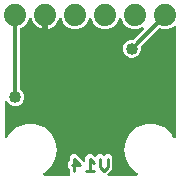
<source format=gbr>
G04 EAGLE Gerber RS-274X export*
G75*
%MOMM*%
%FSLAX34Y34*%
%LPD*%
%INBottom Copper*%
%IPPOS*%
%AMOC8*
5,1,8,0,0,1.08239X$1,22.5*%
G01*
%ADD10C,0.254000*%
%ADD11C,1.879600*%
%ADD12C,1.016000*%
%ADD13C,0.304800*%

G36*
X58081Y3574D02*
X58081Y3574D01*
X58219Y3587D01*
X58238Y3594D01*
X58258Y3597D01*
X58388Y3648D01*
X58518Y3695D01*
X58535Y3706D01*
X58554Y3714D01*
X58666Y3795D01*
X58781Y3873D01*
X58795Y3889D01*
X58811Y3900D01*
X58900Y4008D01*
X58992Y4112D01*
X59001Y4130D01*
X59014Y4145D01*
X59073Y4271D01*
X59136Y4395D01*
X59141Y4415D01*
X59149Y4433D01*
X59176Y4570D01*
X59206Y4705D01*
X59205Y4726D01*
X59209Y4745D01*
X59201Y4884D01*
X59196Y5023D01*
X59191Y5043D01*
X59190Y5063D01*
X59147Y5195D01*
X59108Y5329D01*
X59098Y5346D01*
X59091Y5365D01*
X59017Y5483D01*
X58946Y5603D01*
X58928Y5624D01*
X58921Y5634D01*
X58906Y5648D01*
X58840Y5723D01*
X58522Y6042D01*
X58522Y8905D01*
X58510Y9004D01*
X58507Y9103D01*
X58490Y9161D01*
X58482Y9221D01*
X58446Y9313D01*
X58418Y9408D01*
X58387Y9460D01*
X58365Y9517D01*
X58307Y9597D01*
X58257Y9682D01*
X58190Y9757D01*
X58178Y9774D01*
X58169Y9782D01*
X58150Y9803D01*
X56827Y11126D01*
X56827Y14283D01*
X58150Y15606D01*
X58211Y15684D01*
X58279Y15756D01*
X58308Y15809D01*
X58345Y15857D01*
X58385Y15948D01*
X58432Y16035D01*
X58447Y16093D01*
X58472Y16149D01*
X58487Y16247D01*
X58512Y16343D01*
X58518Y16443D01*
X58521Y16463D01*
X58520Y16475D01*
X58522Y16503D01*
X58522Y19367D01*
X60754Y21599D01*
X63911Y21599D01*
X68624Y16887D01*
X69744Y15767D01*
X69853Y15682D01*
X69961Y15593D01*
X69979Y15584D01*
X69995Y15572D01*
X70123Y15516D01*
X70249Y15457D01*
X70268Y15453D01*
X70287Y15445D01*
X70425Y15423D01*
X70561Y15397D01*
X70581Y15399D01*
X70601Y15395D01*
X70740Y15409D01*
X70878Y15417D01*
X70898Y15423D01*
X70918Y15425D01*
X71049Y15472D01*
X71181Y15515D01*
X71198Y15526D01*
X71217Y15533D01*
X71332Y15611D01*
X71450Y15685D01*
X71464Y15700D01*
X71480Y15711D01*
X71572Y15815D01*
X71668Y15917D01*
X71677Y15935D01*
X71691Y15950D01*
X71754Y16074D01*
X71821Y16195D01*
X71826Y16215D01*
X71835Y16233D01*
X71866Y16369D01*
X71901Y16503D01*
X71902Y16531D01*
X71905Y16543D01*
X71904Y16564D01*
X71911Y16664D01*
X71911Y19367D01*
X74143Y21599D01*
X77300Y21599D01*
X78976Y19923D01*
X79070Y19850D01*
X79159Y19771D01*
X79195Y19753D01*
X79227Y19728D01*
X79337Y19681D01*
X79443Y19627D01*
X79482Y19618D01*
X79519Y19602D01*
X79637Y19583D01*
X79753Y19557D01*
X79793Y19558D01*
X79833Y19552D01*
X79952Y19563D01*
X80071Y19567D01*
X80110Y19578D01*
X80150Y19582D01*
X80262Y19622D01*
X80376Y19655D01*
X80411Y19676D01*
X80449Y19689D01*
X80548Y19756D01*
X80650Y19817D01*
X80696Y19857D01*
X80712Y19868D01*
X80726Y19883D01*
X80771Y19923D01*
X82447Y21599D01*
X85604Y21599D01*
X86518Y20686D01*
X86612Y20613D01*
X86701Y20534D01*
X86737Y20516D01*
X86769Y20491D01*
X86879Y20443D01*
X86985Y20389D01*
X87024Y20381D01*
X87061Y20365D01*
X87179Y20346D01*
X87295Y20320D01*
X87335Y20321D01*
X87375Y20315D01*
X87494Y20326D01*
X87613Y20329D01*
X87652Y20341D01*
X87692Y20344D01*
X87804Y20385D01*
X87918Y20418D01*
X87953Y20438D01*
X87991Y20452D01*
X88090Y20519D01*
X88192Y20579D01*
X88237Y20619D01*
X88254Y20631D01*
X88268Y20646D01*
X88313Y20686D01*
X89227Y21599D01*
X92383Y21599D01*
X94616Y19367D01*
X94616Y9431D01*
X91598Y6413D01*
X90908Y5723D01*
X90823Y5614D01*
X90734Y5507D01*
X90726Y5488D01*
X90713Y5472D01*
X90658Y5344D01*
X90599Y5219D01*
X90595Y5199D01*
X90587Y5180D01*
X90565Y5042D01*
X90539Y4906D01*
X90540Y4886D01*
X90537Y4866D01*
X90550Y4727D01*
X90559Y4589D01*
X90565Y4570D01*
X90567Y4550D01*
X90614Y4419D01*
X90657Y4287D01*
X90668Y4269D01*
X90674Y4250D01*
X90752Y4136D01*
X90827Y4018D01*
X90842Y4004D01*
X90853Y3987D01*
X90957Y3895D01*
X91058Y3800D01*
X91076Y3790D01*
X91091Y3777D01*
X91215Y3714D01*
X91337Y3646D01*
X91357Y3641D01*
X91375Y3632D01*
X91511Y3602D01*
X91645Y3567D01*
X91673Y3565D01*
X91685Y3562D01*
X91705Y3563D01*
X91806Y3557D01*
X115203Y3557D01*
X115300Y3569D01*
X115398Y3572D01*
X115457Y3589D01*
X115519Y3597D01*
X115609Y3632D01*
X115703Y3659D01*
X115757Y3691D01*
X115815Y3714D01*
X115893Y3771D01*
X115978Y3820D01*
X116022Y3864D01*
X116072Y3900D01*
X116134Y3976D01*
X116203Y4044D01*
X116235Y4098D01*
X116275Y4145D01*
X116316Y4234D01*
X116366Y4317D01*
X116384Y4377D01*
X116410Y4433D01*
X116429Y4529D01*
X116456Y4622D01*
X116458Y4685D01*
X116470Y4745D01*
X116464Y4843D01*
X116467Y4940D01*
X116454Y5001D01*
X116450Y5063D01*
X116420Y5155D01*
X116399Y5251D01*
X116371Y5306D01*
X116352Y5365D01*
X116300Y5448D01*
X116256Y5535D01*
X116215Y5582D01*
X116182Y5634D01*
X116111Y5701D01*
X116047Y5774D01*
X115996Y5809D01*
X115950Y5852D01*
X115865Y5899D01*
X115841Y5915D01*
X109810Y10976D01*
X105914Y17725D01*
X104560Y25400D01*
X105914Y33075D01*
X109810Y39824D01*
X115780Y44833D01*
X123103Y47499D01*
X130897Y47499D01*
X138220Y44833D01*
X144190Y39824D01*
X146475Y35866D01*
X146558Y35757D01*
X146563Y35749D01*
X146566Y35746D01*
X146648Y35632D01*
X146659Y35623D01*
X146667Y35613D01*
X146781Y35522D01*
X146893Y35429D01*
X146906Y35424D01*
X146916Y35415D01*
X147050Y35356D01*
X147181Y35294D01*
X147194Y35291D01*
X147207Y35286D01*
X147351Y35261D01*
X147494Y35234D01*
X147507Y35235D01*
X147520Y35233D01*
X147666Y35245D01*
X147811Y35254D01*
X147824Y35258D01*
X147837Y35259D01*
X147975Y35307D01*
X148113Y35352D01*
X148125Y35359D01*
X148138Y35363D01*
X148259Y35444D01*
X148382Y35522D01*
X148391Y35532D01*
X148403Y35539D01*
X148500Y35647D01*
X148600Y35754D01*
X148607Y35765D01*
X148616Y35775D01*
X148683Y35904D01*
X148754Y36032D01*
X148757Y36045D01*
X148763Y36057D01*
X148797Y36199D01*
X148833Y36340D01*
X148834Y36358D01*
X148836Y36367D01*
X148836Y36384D01*
X148843Y36501D01*
X148843Y128895D01*
X148826Y129033D01*
X148813Y129172D01*
X148806Y129191D01*
X148803Y129211D01*
X148752Y129340D01*
X148705Y129471D01*
X148694Y129488D01*
X148686Y129506D01*
X148605Y129619D01*
X148527Y129734D01*
X148511Y129747D01*
X148500Y129764D01*
X148392Y129852D01*
X148288Y129944D01*
X148270Y129954D01*
X148255Y129966D01*
X148129Y130026D01*
X148005Y130089D01*
X147985Y130093D01*
X147967Y130102D01*
X147831Y130128D01*
X147695Y130159D01*
X147674Y130158D01*
X147655Y130162D01*
X147516Y130153D01*
X147377Y130149D01*
X147357Y130143D01*
X147337Y130142D01*
X147205Y130099D01*
X147071Y130061D01*
X147054Y130050D01*
X147035Y130044D01*
X146917Y129970D01*
X146797Y129899D01*
X146776Y129880D01*
X146766Y129874D01*
X146752Y129859D01*
X146676Y129793D01*
X146463Y129579D01*
X142075Y127761D01*
X137325Y127761D01*
X135411Y128554D01*
X135382Y128562D01*
X135356Y128575D01*
X135229Y128604D01*
X135104Y128638D01*
X135074Y128639D01*
X135046Y128645D01*
X134916Y128641D01*
X134786Y128643D01*
X134757Y128636D01*
X134728Y128635D01*
X134603Y128599D01*
X134477Y128569D01*
X134451Y128555D01*
X134422Y128547D01*
X134311Y128481D01*
X134196Y128420D01*
X134174Y128400D01*
X134148Y128386D01*
X134028Y128279D01*
X119117Y113369D01*
X119057Y113291D01*
X118989Y113219D01*
X118960Y113166D01*
X118923Y113118D01*
X118883Y113027D01*
X118835Y112940D01*
X118820Y112882D01*
X118796Y112826D01*
X118781Y112728D01*
X118756Y112632D01*
X118750Y112532D01*
X118746Y112512D01*
X118748Y112500D01*
X118746Y112472D01*
X118746Y109609D01*
X117586Y106808D01*
X115442Y104664D01*
X112641Y103504D01*
X109609Y103504D01*
X106808Y104664D01*
X104664Y106808D01*
X103504Y109609D01*
X103504Y112641D01*
X104664Y115442D01*
X106808Y117586D01*
X109609Y118746D01*
X112472Y118746D01*
X112570Y118758D01*
X112669Y118761D01*
X112727Y118778D01*
X112787Y118786D01*
X112879Y118822D01*
X112974Y118850D01*
X113026Y118880D01*
X113083Y118903D01*
X113163Y118961D01*
X113248Y119011D01*
X113324Y119077D01*
X113340Y119089D01*
X113348Y119099D01*
X113369Y119117D01*
X121275Y127024D01*
X121318Y127079D01*
X121368Y127128D01*
X121415Y127204D01*
X121470Y127275D01*
X121498Y127339D01*
X121535Y127399D01*
X121561Y127484D01*
X121597Y127567D01*
X121608Y127636D01*
X121628Y127703D01*
X121632Y127792D01*
X121647Y127881D01*
X121640Y127951D01*
X121643Y128020D01*
X121625Y128108D01*
X121617Y128198D01*
X121593Y128263D01*
X121579Y128332D01*
X121540Y128413D01*
X121509Y128497D01*
X121470Y128555D01*
X121439Y128617D01*
X121381Y128686D01*
X121331Y128760D01*
X121278Y128806D01*
X121233Y128859D01*
X121160Y128911D01*
X121092Y128971D01*
X121030Y129002D01*
X120973Y129043D01*
X120889Y129074D01*
X120809Y129115D01*
X120741Y129130D01*
X120676Y129155D01*
X120586Y129165D01*
X120499Y129185D01*
X120429Y129183D01*
X120360Y129190D01*
X120271Y129178D01*
X120181Y129175D01*
X120114Y129156D01*
X120045Y129146D01*
X119892Y129094D01*
X116675Y127761D01*
X111925Y127761D01*
X107537Y129579D01*
X104179Y132937D01*
X102773Y136332D01*
X102704Y136453D01*
X102639Y136576D01*
X102625Y136591D01*
X102615Y136608D01*
X102518Y136708D01*
X102425Y136811D01*
X102408Y136822D01*
X102394Y136837D01*
X102275Y136910D01*
X102159Y136986D01*
X102140Y136992D01*
X102123Y137003D01*
X101990Y137044D01*
X101858Y137089D01*
X101838Y137091D01*
X101819Y137097D01*
X101680Y137103D01*
X101541Y137114D01*
X101521Y137111D01*
X101501Y137112D01*
X101365Y137084D01*
X101228Y137060D01*
X101209Y137052D01*
X101190Y137047D01*
X101064Y136986D01*
X100938Y136929D01*
X100922Y136917D01*
X100904Y136908D01*
X100798Y136817D01*
X100690Y136731D01*
X100677Y136715D01*
X100662Y136701D01*
X100582Y136588D01*
X100498Y136477D01*
X100486Y136451D01*
X100479Y136441D01*
X100472Y136422D01*
X100427Y136332D01*
X99021Y132937D01*
X95663Y129579D01*
X91275Y127761D01*
X86525Y127761D01*
X82137Y129579D01*
X78779Y132937D01*
X77373Y136332D01*
X77304Y136453D01*
X77239Y136576D01*
X77225Y136591D01*
X77215Y136608D01*
X77118Y136708D01*
X77025Y136811D01*
X77008Y136822D01*
X76994Y136837D01*
X76875Y136909D01*
X76759Y136986D01*
X76740Y136992D01*
X76723Y137003D01*
X76590Y137044D01*
X76458Y137089D01*
X76438Y137091D01*
X76419Y137097D01*
X76280Y137103D01*
X76141Y137114D01*
X76121Y137111D01*
X76101Y137112D01*
X75965Y137084D01*
X75828Y137060D01*
X75809Y137052D01*
X75790Y137048D01*
X75664Y136986D01*
X75538Y136929D01*
X75522Y136917D01*
X75504Y136908D01*
X75398Y136817D01*
X75290Y136731D01*
X75277Y136715D01*
X75262Y136701D01*
X75182Y136588D01*
X75098Y136477D01*
X75086Y136451D01*
X75079Y136441D01*
X75072Y136422D01*
X75027Y136332D01*
X73621Y132937D01*
X70263Y129579D01*
X65875Y127761D01*
X61125Y127761D01*
X56737Y129579D01*
X53379Y132937D01*
X51937Y136419D01*
X51922Y136445D01*
X51913Y136474D01*
X51843Y136583D01*
X51779Y136696D01*
X51758Y136717D01*
X51742Y136742D01*
X51648Y136831D01*
X51558Y136924D01*
X51532Y136940D01*
X51510Y136960D01*
X51397Y137022D01*
X51287Y137090D01*
X51258Y137099D01*
X51232Y137113D01*
X51106Y137146D01*
X50983Y137184D01*
X50953Y137185D01*
X50924Y137193D01*
X50794Y137193D01*
X50665Y137199D01*
X50636Y137193D01*
X50606Y137193D01*
X50480Y137161D01*
X50354Y137135D01*
X50327Y137121D01*
X50298Y137114D01*
X50184Y137052D01*
X50068Y136995D01*
X50045Y136976D01*
X50019Y136961D01*
X49925Y136873D01*
X49826Y136789D01*
X49809Y136764D01*
X49787Y136744D01*
X49717Y136635D01*
X49643Y136529D01*
X49632Y136501D01*
X49616Y136475D01*
X49557Y136326D01*
X49164Y135117D01*
X48311Y133443D01*
X47206Y131922D01*
X45878Y130594D01*
X44357Y129489D01*
X42683Y128636D01*
X40896Y128055D01*
X40639Y128015D01*
X40639Y138430D01*
X40624Y138548D01*
X40617Y138667D01*
X40604Y138705D01*
X40599Y138745D01*
X40556Y138856D01*
X40519Y138969D01*
X40497Y139003D01*
X40482Y139041D01*
X40412Y139137D01*
X40349Y139238D01*
X40319Y139266D01*
X40295Y139298D01*
X40204Y139374D01*
X40117Y139456D01*
X40082Y139475D01*
X40051Y139501D01*
X39943Y139552D01*
X39839Y139609D01*
X39799Y139620D01*
X39763Y139637D01*
X39646Y139659D01*
X39531Y139689D01*
X39470Y139693D01*
X39450Y139697D01*
X39430Y139695D01*
X39370Y139699D01*
X36830Y139699D01*
X36712Y139684D01*
X36593Y139677D01*
X36555Y139664D01*
X36514Y139659D01*
X36404Y139615D01*
X36291Y139579D01*
X36256Y139557D01*
X36219Y139542D01*
X36123Y139472D01*
X36022Y139409D01*
X35994Y139379D01*
X35961Y139355D01*
X35886Y139264D01*
X35804Y139177D01*
X35784Y139142D01*
X35759Y139110D01*
X35708Y139003D01*
X35650Y138898D01*
X35640Y138859D01*
X35623Y138823D01*
X35601Y138706D01*
X35571Y138591D01*
X35567Y138530D01*
X35563Y138510D01*
X35565Y138490D01*
X35561Y138430D01*
X35561Y128015D01*
X35304Y128055D01*
X33517Y128636D01*
X31843Y129489D01*
X30322Y130594D01*
X28994Y131922D01*
X27889Y133443D01*
X27036Y135117D01*
X26643Y136326D01*
X26631Y136353D01*
X26624Y136382D01*
X26563Y136497D01*
X26508Y136614D01*
X26489Y136637D01*
X26475Y136663D01*
X26388Y136759D01*
X26305Y136859D01*
X26281Y136876D01*
X26261Y136898D01*
X26153Y136969D01*
X26048Y137046D01*
X26020Y137057D01*
X25995Y137073D01*
X25873Y137115D01*
X25752Y137163D01*
X25723Y137167D01*
X25694Y137176D01*
X25565Y137187D01*
X25437Y137203D01*
X25407Y137199D01*
X25377Y137201D01*
X25250Y137179D01*
X25121Y137163D01*
X25093Y137152D01*
X25064Y137147D01*
X24946Y137094D01*
X24825Y137046D01*
X24801Y137029D01*
X24774Y137016D01*
X24673Y136936D01*
X24568Y136860D01*
X24549Y136837D01*
X24526Y136818D01*
X24448Y136714D01*
X24365Y136615D01*
X24352Y136588D01*
X24334Y136564D01*
X24263Y136419D01*
X22821Y132937D01*
X19463Y129579D01*
X17548Y128786D01*
X17523Y128771D01*
X17495Y128762D01*
X17385Y128693D01*
X17272Y128628D01*
X17251Y128608D01*
X17226Y128592D01*
X17137Y128497D01*
X17044Y128407D01*
X17028Y128382D01*
X17008Y128360D01*
X16945Y128247D01*
X16877Y128136D01*
X16869Y128108D01*
X16854Y128082D01*
X16822Y127956D01*
X16784Y127832D01*
X16782Y127802D01*
X16775Y127774D01*
X16765Y127613D01*
X16765Y77088D01*
X16777Y76990D01*
X16780Y76891D01*
X16797Y76833D01*
X16805Y76773D01*
X16841Y76681D01*
X16869Y76586D01*
X16899Y76533D01*
X16922Y76477D01*
X16980Y76397D01*
X17030Y76312D01*
X17096Y76236D01*
X17108Y76220D01*
X17118Y76212D01*
X17136Y76191D01*
X19161Y74167D01*
X20321Y71366D01*
X20321Y68334D01*
X19161Y65533D01*
X17017Y63389D01*
X14216Y62229D01*
X11184Y62229D01*
X8383Y63389D01*
X6239Y65533D01*
X5999Y66115D01*
X5964Y66175D01*
X5938Y66240D01*
X5886Y66313D01*
X5841Y66391D01*
X5793Y66441D01*
X5752Y66498D01*
X5682Y66555D01*
X5620Y66619D01*
X5560Y66656D01*
X5507Y66700D01*
X5425Y66739D01*
X5349Y66786D01*
X5282Y66806D01*
X5219Y66836D01*
X5131Y66853D01*
X5045Y66879D01*
X4975Y66883D01*
X4906Y66896D01*
X4817Y66890D01*
X4727Y66894D01*
X4659Y66880D01*
X4589Y66876D01*
X4504Y66848D01*
X4416Y66830D01*
X4353Y66799D01*
X4287Y66778D01*
X4211Y66730D01*
X4130Y66690D01*
X4077Y66645D01*
X4018Y66608D01*
X3956Y66542D01*
X3888Y66484D01*
X3848Y66427D01*
X3800Y66376D01*
X3757Y66297D01*
X3705Y66224D01*
X3680Y66159D01*
X3646Y66098D01*
X3624Y66011D01*
X3592Y65927D01*
X3584Y65857D01*
X3567Y65790D01*
X3557Y65629D01*
X3557Y36501D01*
X3575Y36356D01*
X3590Y36211D01*
X3595Y36199D01*
X3597Y36185D01*
X3650Y36050D01*
X3701Y35913D01*
X3709Y35902D01*
X3714Y35889D01*
X3799Y35772D01*
X3882Y35652D01*
X3892Y35643D01*
X3900Y35632D01*
X4013Y35539D01*
X4123Y35444D01*
X4135Y35438D01*
X4145Y35429D01*
X4277Y35368D01*
X4408Y35302D01*
X4421Y35300D01*
X4433Y35294D01*
X4575Y35267D01*
X4719Y35236D01*
X4732Y35237D01*
X4745Y35234D01*
X4890Y35243D01*
X5036Y35249D01*
X5049Y35253D01*
X5063Y35254D01*
X5201Y35299D01*
X5341Y35341D01*
X5353Y35348D01*
X5365Y35352D01*
X5489Y35430D01*
X5613Y35505D01*
X5623Y35515D01*
X5634Y35522D01*
X5734Y35628D01*
X5836Y35732D01*
X5846Y35747D01*
X5852Y35754D01*
X5860Y35768D01*
X5925Y35866D01*
X8210Y39824D01*
X14180Y44833D01*
X21503Y47499D01*
X29297Y47499D01*
X36620Y44833D01*
X42590Y39824D01*
X46486Y33075D01*
X47840Y25400D01*
X46486Y17725D01*
X42590Y10976D01*
X36587Y5939D01*
X36585Y5938D01*
X36535Y5902D01*
X36480Y5873D01*
X36407Y5809D01*
X36328Y5752D01*
X36289Y5704D01*
X36242Y5662D01*
X36187Y5582D01*
X36125Y5507D01*
X36099Y5450D01*
X36064Y5399D01*
X36031Y5307D01*
X35990Y5219D01*
X35978Y5158D01*
X35957Y5099D01*
X35948Y5002D01*
X35930Y4906D01*
X35934Y4844D01*
X35928Y4783D01*
X35944Y4686D01*
X35950Y4589D01*
X35969Y4530D01*
X35979Y4469D01*
X36018Y4379D01*
X36048Y4287D01*
X36081Y4234D01*
X36106Y4177D01*
X36166Y4100D01*
X36218Y4018D01*
X36263Y3975D01*
X36301Y3926D01*
X36378Y3867D01*
X36450Y3800D01*
X36504Y3770D01*
X36553Y3732D01*
X36643Y3693D01*
X36728Y3646D01*
X36788Y3631D01*
X36845Y3606D01*
X36942Y3591D01*
X37036Y3567D01*
X37140Y3560D01*
X37159Y3557D01*
X37171Y3558D01*
X37197Y3557D01*
X57943Y3557D01*
X58081Y3574D01*
G37*
D10*
X90805Y17789D02*
X90805Y11010D01*
X87415Y7620D01*
X84026Y11010D01*
X84026Y17789D01*
X79111Y14399D02*
X75721Y17789D01*
X75721Y7620D01*
X72332Y7620D02*
X79111Y7620D01*
X62333Y7620D02*
X62333Y17789D01*
X67417Y12704D01*
X60638Y12704D01*
D11*
X12700Y139700D03*
X38100Y139700D03*
X63500Y139700D03*
X88900Y139700D03*
X114300Y139700D03*
X139700Y139700D03*
D12*
X25400Y111125D03*
X92075Y111125D03*
X111125Y111125D03*
D13*
X139700Y139700D01*
X12700Y139700D02*
X12700Y69850D01*
D12*
X12700Y69850D03*
M02*

</source>
